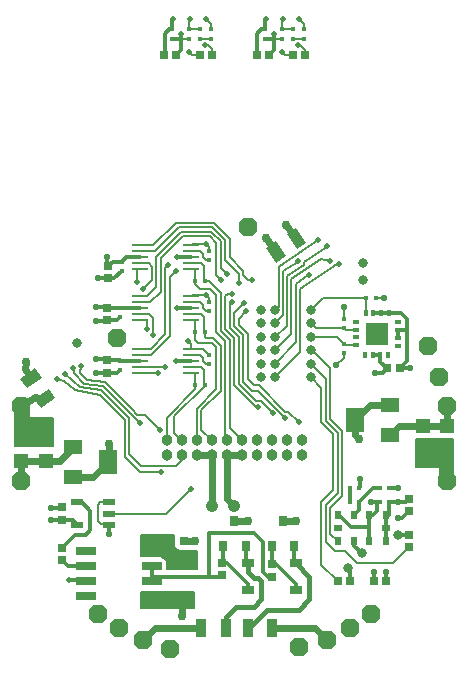
<source format=gtl>
G75*
%MOIN*%
%OFA0B0*%
%FSLAX24Y24*%
%IPPOS*%
%LPD*%
%AMOC8*
5,1,8,0,0,1.08239X$1,22.5*
%
%ADD10R,0.0380X0.0600*%
%ADD11R,0.0630X0.0512*%
%ADD12R,0.0630X0.0787*%
%ADD13R,0.1260X0.0276*%
%ADD14R,0.0453X0.0512*%
%ADD15OC8,0.0630*%
%ADD16C,0.0380*%
%ADD17R,0.0551X0.0110*%
%ADD18R,0.0170X0.0170*%
%ADD19R,0.0300X0.0270*%
%ADD20R,0.0394X0.0217*%
%ADD21R,0.0700X0.0250*%
%ADD22R,0.0315X0.0354*%
%ADD23R,0.0400X0.0300*%
%ADD24R,0.0270X0.0300*%
%ADD25R,0.0236X0.0276*%
%ADD26R,0.0276X0.0236*%
%ADD27R,0.0768X0.0768*%
%ADD28R,0.0240X0.0120*%
%ADD29R,0.0120X0.0240*%
%ADD30C,0.0317*%
%ADD31R,0.0740X0.0480*%
%ADD32R,0.0300X0.0300*%
%ADD33R,0.0315X0.0315*%
%ADD34C,0.0198*%
%ADD35C,0.0120*%
%ADD36C,0.0060*%
%ADD37C,0.0210*%
%ADD38C,0.0200*%
%ADD39C,0.0300*%
%ADD40C,0.0240*%
%ADD41C,0.0413*%
%ADD42C,0.0160*%
D10*
X012280Y007240D03*
X013100Y007240D03*
X013830Y007240D03*
X014650Y007240D03*
G36*
X007211Y015201D02*
X007423Y014886D01*
X006927Y014551D01*
X006715Y014866D01*
X007211Y015201D01*
G37*
G36*
X006753Y015881D02*
X006965Y015566D01*
X006469Y015231D01*
X006257Y015546D01*
X006753Y015881D01*
G37*
G36*
X015100Y019619D02*
X014785Y019407D01*
X014450Y019903D01*
X014765Y020115D01*
X015100Y019619D01*
G37*
G36*
X015780Y020077D02*
X015465Y019865D01*
X015130Y020361D01*
X015445Y020573D01*
X015780Y020077D01*
G37*
D11*
X018561Y014669D03*
X018561Y013669D03*
X008019Y013261D03*
X008019Y012261D03*
D12*
X009161Y012761D03*
X017419Y014169D03*
D13*
X020084Y013390D03*
X006696Y013390D03*
D14*
X007100Y013971D03*
X006293Y013971D03*
X006293Y012809D03*
X007100Y012809D03*
X019680Y012809D03*
X020487Y012809D03*
X020487Y013971D03*
X019680Y013971D03*
D15*
X020490Y014640D03*
X020194Y015591D03*
X019840Y016632D03*
X020490Y012140D03*
X017940Y007690D03*
X017240Y007240D03*
X016490Y006840D03*
X015540Y006590D03*
X011240Y006540D03*
X010340Y006840D03*
X009541Y007236D03*
X008857Y007690D03*
X006290Y012140D03*
X006290Y014640D03*
X009490Y016890D03*
X013840Y020590D03*
D16*
X013640Y013490D03*
X013140Y013490D03*
X013140Y012990D03*
X013640Y012990D03*
X014140Y012990D03*
X014640Y012990D03*
X015140Y012990D03*
X015640Y012990D03*
X015640Y013490D03*
X015140Y013490D03*
X014640Y013490D03*
X014140Y013490D03*
X012640Y013490D03*
X012640Y012990D03*
X012140Y012990D03*
X012140Y013490D03*
X011640Y013490D03*
X011640Y012990D03*
X011140Y012990D03*
X011140Y013490D03*
D17*
X011933Y015746D03*
X011933Y015943D03*
X011933Y016140D03*
X011933Y016337D03*
X011933Y016534D03*
X011933Y017496D03*
X011933Y017693D03*
X011933Y017890D03*
X011933Y018087D03*
X011933Y018284D03*
X011933Y019196D03*
X011933Y019393D03*
X011933Y019590D03*
X011933Y019787D03*
X011933Y019984D03*
X010247Y019984D03*
X010247Y019787D03*
X010247Y019590D03*
X010247Y019393D03*
X010247Y019196D03*
X010247Y018284D03*
X010247Y018087D03*
X010247Y017890D03*
X010247Y017693D03*
X010247Y017496D03*
X010247Y016534D03*
X010247Y016337D03*
X010247Y016140D03*
X010247Y015943D03*
X010247Y015746D03*
D18*
X009590Y015835D03*
X009590Y016145D03*
X009590Y017585D03*
X009590Y017895D03*
X009640Y019135D03*
X009640Y019445D03*
X012085Y018790D03*
X012395Y018790D03*
X012540Y019485D03*
X012540Y019795D03*
X012540Y018095D03*
X012540Y017785D03*
X012395Y017090D03*
X012085Y017090D03*
X012540Y016345D03*
X012540Y016035D03*
X012395Y015340D03*
X012085Y015340D03*
X017040Y016385D03*
X017040Y016695D03*
X017040Y017235D03*
X017040Y017545D03*
X017785Y018240D03*
X018095Y018240D03*
X018235Y011890D03*
X018545Y011890D03*
X018545Y011440D03*
X018235Y011440D03*
X017545Y011440D03*
X017235Y011440D03*
X017235Y011890D03*
X017545Y011890D03*
X015707Y026877D03*
X015707Y027187D03*
X015341Y027187D03*
X015341Y026877D03*
X014975Y026877D03*
X014975Y027187D03*
X014420Y027181D03*
X014420Y026871D03*
X012607Y026877D03*
X012607Y027187D03*
X012241Y027187D03*
X012241Y026877D03*
X011875Y026877D03*
X011875Y027187D03*
X011320Y027181D03*
X011320Y026871D03*
D19*
X009190Y019300D03*
X009190Y018880D03*
X009140Y017900D03*
X009140Y017480D03*
X009140Y016150D03*
X009140Y015730D03*
X007640Y011250D03*
X007640Y010830D03*
X007640Y009900D03*
X007640Y009480D03*
X012990Y009400D03*
X012990Y008980D03*
X014640Y008930D03*
X014640Y009350D03*
D20*
X009221Y010666D03*
X009221Y011040D03*
X009221Y011414D03*
X008159Y011414D03*
X008159Y010666D03*
D21*
X008430Y009790D03*
X008430Y009290D03*
X008430Y008790D03*
X008430Y008290D03*
X010650Y008290D03*
X010650Y008790D03*
X010650Y009290D03*
X010640Y009790D03*
D22*
X013016Y009963D03*
X013390Y010790D03*
X013764Y009963D03*
X014641Y009963D03*
X015015Y010790D03*
X015389Y009963D03*
D23*
X015440Y009380D03*
X015440Y008500D03*
X013840Y008500D03*
X013840Y009380D03*
D24*
X011700Y010140D03*
X011280Y010140D03*
X018480Y015890D03*
X018900Y015890D03*
D25*
X018447Y010998D03*
X017890Y010998D03*
X017390Y010998D03*
X016833Y010998D03*
X016833Y010132D03*
X017390Y010132D03*
X017890Y010132D03*
X018447Y010132D03*
D26*
X018447Y010565D03*
X016833Y010565D03*
D27*
X018140Y017040D03*
D28*
X017441Y016922D03*
X017441Y017178D03*
X017441Y017434D03*
X017441Y016666D03*
X018839Y016646D03*
X018839Y016902D03*
X018839Y017158D03*
X018839Y017414D03*
D29*
X018534Y017739D03*
X018278Y017739D03*
X018022Y017739D03*
X017766Y017739D03*
X017746Y016341D03*
X018002Y016341D03*
X018258Y016341D03*
X018514Y016341D03*
D30*
X017690Y018840D03*
X017690Y019390D03*
X015940Y017840D03*
X015940Y017390D03*
X015940Y016940D03*
X015940Y016490D03*
X015940Y016040D03*
X015940Y015590D03*
X014740Y015590D03*
X014740Y016040D03*
X014740Y016490D03*
X014740Y016940D03*
X014740Y017390D03*
X014740Y017840D03*
X014290Y017840D03*
X014290Y017390D03*
X014290Y016940D03*
X014290Y016490D03*
X014290Y016040D03*
X014290Y015590D03*
X018840Y010315D03*
X017640Y009715D03*
X017190Y009215D03*
X008140Y016740D03*
D31*
X011640Y009440D03*
X011640Y008140D03*
D32*
X016840Y008790D03*
X017240Y008790D03*
X018040Y008790D03*
X018440Y008790D03*
X019215Y009940D03*
X019215Y010340D03*
X019215Y011140D03*
X019215Y011540D03*
D33*
X015740Y026340D03*
X015340Y026340D03*
X014540Y026340D03*
X014140Y026340D03*
X012640Y026340D03*
X012240Y026340D03*
X011440Y026340D03*
X011040Y026340D03*
D34*
X011865Y026437D03*
X012415Y026657D03*
X012429Y027540D03*
X011896Y027545D03*
X011609Y027030D03*
X011333Y027517D03*
X014433Y027517D03*
X014709Y027030D03*
X014996Y027545D03*
X015529Y027540D03*
X015515Y026657D03*
X014965Y026437D03*
D35*
X014709Y026501D02*
X014709Y027030D01*
X014709Y026871D01*
X014420Y026871D01*
X014420Y027181D02*
X014275Y027181D01*
X014140Y027046D01*
X014140Y026340D01*
X014540Y026340D02*
X014608Y026400D01*
X014709Y026501D01*
X014420Y027181D02*
X014321Y027181D01*
X014420Y027181D02*
X014420Y027517D01*
X014433Y027517D01*
X011609Y027030D02*
X011609Y026501D01*
X011508Y026400D01*
X011440Y026340D01*
X011077Y026377D02*
X011040Y026340D01*
X011077Y026377D02*
X011077Y027037D01*
X011221Y027181D01*
X011320Y027181D01*
X011320Y027517D01*
X011333Y027517D01*
X011609Y027030D02*
X011609Y026871D01*
X011320Y026871D01*
X011490Y019590D02*
X011933Y019590D01*
X011933Y017890D02*
X011490Y017890D01*
X010247Y017890D02*
X010199Y017895D01*
X009590Y017895D01*
X009585Y017900D01*
X009140Y017900D01*
X009130Y017900D01*
X009115Y017915D01*
X008790Y017915D01*
X008790Y017465D02*
X009115Y017465D01*
X009130Y017480D01*
X009140Y017480D01*
X009485Y017480D01*
X009590Y017585D01*
X009385Y018880D02*
X009190Y018880D01*
X009180Y018890D01*
X008840Y018890D01*
X009180Y019290D02*
X009190Y019300D01*
X009335Y019445D01*
X009640Y019445D01*
X009785Y019590D01*
X010247Y019590D01*
X009640Y019135D02*
X009385Y018880D01*
X009190Y019300D02*
X009177Y019302D01*
X009165Y019307D01*
X009155Y019315D01*
X009147Y019325D01*
X009142Y019337D01*
X009140Y019350D01*
X009140Y019590D01*
X009100Y016190D02*
X008765Y016190D01*
X009100Y016190D02*
X009140Y016150D01*
X009585Y016150D01*
X009590Y016145D01*
X010199Y016145D01*
X010247Y016140D01*
X009590Y015835D02*
X009485Y015730D01*
X009140Y015730D01*
X009125Y015715D01*
X008765Y015715D01*
X011440Y016140D02*
X011933Y016140D01*
X008305Y011414D02*
X008159Y011414D01*
X008305Y011414D02*
X008590Y011129D01*
X008590Y010498D01*
X008432Y010340D01*
X008080Y010340D01*
X007640Y009900D01*
X007640Y009480D02*
X007830Y009290D01*
X008430Y009290D01*
X008430Y008815D02*
X007865Y008815D01*
X008430Y008790D02*
X008430Y008815D01*
X009215Y010365D02*
X009215Y010659D01*
X009221Y010666D01*
X008159Y010666D02*
X007994Y010830D01*
X007640Y010830D01*
X007625Y010815D01*
X007290Y010815D01*
X007290Y011240D02*
X007630Y011240D01*
X007640Y011250D01*
X010650Y009290D02*
X010650Y008940D01*
X012540Y008940D01*
X012980Y008940D01*
X012990Y008980D01*
X012990Y009400D02*
X013130Y009400D01*
X013840Y008690D01*
X013840Y008500D01*
X014340Y009090D02*
X014500Y008930D01*
X014640Y008930D01*
X014340Y009090D02*
X014340Y010098D01*
X014048Y010390D01*
X012540Y010390D01*
X012540Y008940D01*
X012990Y009400D02*
X013016Y009400D01*
X013016Y009963D01*
X013764Y009963D02*
X013764Y009380D01*
X013840Y009380D01*
X014640Y009350D02*
X014780Y009350D01*
X015440Y008690D01*
X015440Y008500D01*
X015440Y009380D02*
X015389Y009380D01*
X015389Y009963D01*
X014641Y009963D02*
X014641Y009350D01*
X014640Y009350D01*
X016833Y010998D02*
X016882Y010998D01*
X017290Y010590D01*
X017890Y010590D01*
X017890Y010998D01*
X017998Y010998D01*
X018140Y011140D01*
X018140Y011440D01*
X018235Y011440D01*
X017940Y011440D01*
X017545Y011440D02*
X017545Y011153D01*
X017390Y010998D01*
X017545Y011440D02*
X017995Y011890D01*
X018235Y011890D01*
X018545Y011890D02*
X018840Y011890D01*
X019215Y011540D02*
X019115Y011440D01*
X018840Y011440D01*
X018840Y011440D01*
X018545Y011440D01*
X018545Y010998D01*
X018447Y010998D01*
X018447Y010565D01*
X018447Y010132D01*
X018840Y010315D02*
X018865Y010340D01*
X019215Y010340D01*
X018965Y010890D02*
X018840Y010890D01*
X018965Y010890D02*
X019215Y011140D01*
X018260Y011440D02*
X018235Y011440D01*
X017890Y010590D02*
X017890Y010132D01*
X017640Y009715D02*
X017390Y009965D01*
X017390Y010132D01*
X017190Y009215D02*
X017240Y009165D01*
X017240Y008790D01*
X018040Y008790D02*
X018040Y009090D01*
X018440Y009090D02*
X018440Y008790D01*
X018440Y009090D02*
X018440Y009090D01*
X017235Y011440D02*
X017235Y011890D01*
X017545Y011890D02*
X017590Y011935D01*
X017590Y012190D01*
X018090Y015740D02*
X018340Y015740D01*
X018480Y015890D01*
X018258Y016112D01*
X018258Y016341D01*
X018002Y016341D01*
X018900Y015890D02*
X019240Y015890D01*
X019140Y016130D02*
X018900Y015890D01*
X019140Y016130D02*
X019140Y017158D01*
X019140Y017540D01*
X018940Y017740D01*
X018535Y017740D01*
X018534Y017739D01*
X018535Y017740D01*
X018534Y017739D02*
X018278Y017739D01*
X018022Y017739D01*
X018839Y017158D02*
X019140Y017158D01*
X018839Y017158D02*
X018839Y016902D01*
X010650Y008940D02*
X010650Y008790D01*
D36*
X010290Y008440D02*
X012040Y008440D01*
X012040Y007890D01*
X010290Y007890D01*
X010290Y008390D01*
X010290Y008440D01*
X010290Y008417D02*
X012040Y008417D01*
X012040Y008359D02*
X010290Y008359D01*
X010290Y008300D02*
X012040Y008300D01*
X012040Y008242D02*
X010290Y008242D01*
X010290Y008183D02*
X012040Y008183D01*
X012040Y008125D02*
X010290Y008125D01*
X010290Y008066D02*
X012040Y008066D01*
X012040Y008008D02*
X010290Y008008D01*
X010290Y007949D02*
X012040Y007949D01*
X012040Y007891D02*
X010290Y007891D01*
X011140Y009190D02*
X011140Y009460D01*
X010960Y009640D01*
X010290Y009640D01*
X010290Y010340D01*
X011390Y010340D01*
X011390Y009931D01*
X011531Y009790D01*
X012140Y009790D01*
X012140Y009190D01*
X011140Y009190D01*
X011140Y009236D02*
X012140Y009236D01*
X012140Y009295D02*
X011140Y009295D01*
X011140Y009353D02*
X012140Y009353D01*
X012140Y009412D02*
X011140Y009412D01*
X011129Y009470D02*
X012140Y009470D01*
X012140Y009529D02*
X011071Y009529D01*
X011012Y009587D02*
X012140Y009587D01*
X012140Y009646D02*
X010290Y009646D01*
X010290Y009704D02*
X012140Y009704D01*
X012140Y009763D02*
X010290Y009763D01*
X010290Y009821D02*
X011500Y009821D01*
X011441Y009880D02*
X010290Y009880D01*
X010290Y009938D02*
X011390Y009938D01*
X011390Y009997D02*
X010290Y009997D01*
X010290Y010055D02*
X011390Y010055D01*
X011390Y010114D02*
X010290Y010114D01*
X010290Y010172D02*
X011390Y010172D01*
X011390Y010231D02*
X010290Y010231D01*
X010290Y010289D02*
X011390Y010289D01*
X011115Y011040D02*
X011940Y011865D01*
X011440Y012640D02*
X011640Y012840D01*
X011640Y012990D01*
X011440Y012640D02*
X010290Y012640D01*
X009890Y013040D01*
X009890Y014215D01*
X008957Y015148D01*
X008232Y015273D01*
X007739Y015711D01*
X007715Y015472D02*
X007493Y015541D01*
X007715Y015472D02*
X008072Y015147D01*
X008897Y015008D01*
X009740Y014165D01*
X009740Y012940D01*
X010240Y012440D01*
X010940Y012440D01*
X011140Y013490D02*
X011140Y014240D01*
X012085Y015185D01*
X012085Y015340D01*
X012085Y015746D01*
X011933Y015746D01*
X011985Y015737D01*
X011979Y015940D02*
X011933Y015943D01*
X012287Y015943D01*
X012390Y015840D01*
X012390Y015345D01*
X012395Y015340D01*
X012395Y015295D01*
X011390Y014290D01*
X011390Y013740D01*
X011640Y013490D01*
X012140Y013490D02*
X012140Y014540D01*
X012790Y015190D01*
X012790Y016590D01*
X012640Y016740D01*
X012190Y016740D01*
X012090Y016840D01*
X012090Y017085D01*
X012085Y017090D01*
X012085Y017496D01*
X011933Y017496D01*
X011933Y017693D02*
X012277Y017693D01*
X012390Y017580D01*
X012390Y017095D01*
X012395Y017090D01*
X012395Y016935D01*
X012440Y016890D01*
X012690Y016890D01*
X012940Y016640D01*
X012940Y015140D01*
X012290Y014490D01*
X012290Y013840D01*
X012640Y013490D01*
X013090Y013540D02*
X013140Y013490D01*
X013090Y013540D02*
X013090Y015140D01*
X013090Y016790D01*
X012790Y017090D01*
X012790Y018340D01*
X012590Y018540D01*
X012240Y018540D01*
X012085Y018695D01*
X012085Y018790D01*
X012085Y019196D01*
X011933Y019196D01*
X011933Y019393D02*
X012277Y019393D01*
X012390Y019280D01*
X012390Y018795D01*
X012395Y018790D01*
X012540Y018790D01*
X012940Y018390D01*
X012940Y017140D01*
X013240Y016840D01*
X013240Y013890D01*
X013640Y013490D01*
X014115Y014590D02*
X013865Y014840D01*
X013390Y015315D01*
X013390Y016890D01*
X013090Y017190D01*
X013090Y018290D01*
X013165Y018365D01*
X013315Y018365D01*
X013315Y018090D02*
X013240Y018015D01*
X013240Y017240D01*
X013540Y016940D01*
X013540Y015365D01*
X014115Y014790D01*
X014264Y014790D01*
X014665Y014389D01*
X014665Y014390D01*
X014665Y014390D01*
X015090Y014440D02*
X015190Y014440D01*
X015540Y014090D01*
X015090Y014240D02*
X015090Y014240D01*
X015090Y014240D01*
X014190Y015140D01*
X013990Y015140D01*
X013690Y015440D01*
X013690Y016990D01*
X013390Y017290D01*
X013390Y017740D01*
X013715Y018065D01*
X013790Y017790D02*
X013540Y017540D01*
X013540Y017340D01*
X013840Y017040D01*
X013840Y015515D01*
X014040Y015315D01*
X014215Y015315D01*
X015090Y014440D01*
X014190Y014590D02*
X014115Y014590D01*
X014740Y015590D02*
X015565Y016440D01*
X015565Y018540D01*
X016802Y019375D01*
X016874Y019361D01*
X016574Y019478D02*
X016291Y019533D01*
X015287Y018856D01*
X015287Y017037D01*
X014740Y016490D01*
X014740Y016040D02*
X015427Y016752D01*
X015427Y018710D01*
X015854Y018998D01*
X015884Y018992D01*
X015694Y019314D02*
X015715Y019421D01*
X016486Y019941D01*
X016489Y019958D01*
X016182Y020159D02*
X016182Y020159D01*
X014894Y019289D01*
X014890Y019290D01*
X014890Y017940D01*
X014790Y017840D01*
X014740Y017840D01*
X015022Y017672D02*
X015022Y019119D01*
X015503Y019443D01*
X015507Y019462D01*
X015694Y019314D02*
X015158Y018952D01*
X015158Y017308D01*
X014740Y016940D01*
X014740Y017390D02*
X015022Y017672D01*
X015940Y017840D02*
X016340Y018240D01*
X017785Y018240D01*
X017766Y018221D01*
X017766Y017739D01*
X017441Y017178D02*
X017097Y017178D01*
X017040Y017235D01*
X016095Y017235D01*
X015940Y017390D01*
X015940Y016940D02*
X016795Y016940D01*
X017040Y016695D01*
X017069Y016666D01*
X017441Y016666D01*
X017040Y016385D02*
X017040Y016240D01*
X016790Y015990D01*
X016590Y015880D02*
X016590Y014190D01*
X016990Y013790D01*
X016990Y011640D01*
X016590Y011240D01*
X016590Y010375D01*
X016833Y010132D01*
X016732Y009790D02*
X016440Y010082D01*
X016440Y011340D01*
X016840Y011740D01*
X016840Y013740D01*
X016440Y014140D01*
X016440Y015540D01*
X015940Y016040D01*
X015940Y016490D02*
X015980Y016490D01*
X016590Y015880D01*
X016290Y015240D02*
X016290Y014090D01*
X016690Y013690D01*
X016690Y011840D01*
X016290Y011440D01*
X016290Y009340D01*
X016840Y008790D01*
X017490Y009390D02*
X017090Y009790D01*
X016732Y009790D01*
X017490Y009390D02*
X018665Y009390D01*
X019215Y009940D01*
X020240Y012140D02*
X020240Y012590D01*
X019440Y012590D01*
X019440Y013540D01*
X020690Y013540D01*
X020690Y012140D01*
X020240Y012140D01*
X020240Y012161D02*
X020690Y012161D01*
X020690Y012220D02*
X020240Y012220D01*
X020240Y012278D02*
X020690Y012278D01*
X020690Y012337D02*
X020240Y012337D01*
X020240Y012395D02*
X020690Y012395D01*
X020690Y012454D02*
X020240Y012454D01*
X020240Y012512D02*
X020690Y012512D01*
X020690Y012571D02*
X020240Y012571D01*
X020690Y012629D02*
X019440Y012629D01*
X019440Y012688D02*
X020690Y012688D01*
X020690Y012746D02*
X019440Y012746D01*
X019440Y012805D02*
X020690Y012805D01*
X020690Y012863D02*
X019440Y012863D01*
X019440Y012922D02*
X020690Y012922D01*
X020690Y012980D02*
X019440Y012980D01*
X019440Y013039D02*
X020690Y013039D01*
X020690Y013097D02*
X019440Y013097D01*
X019440Y013156D02*
X020690Y013156D01*
X020690Y013214D02*
X019440Y013214D01*
X019440Y013273D02*
X020690Y013273D01*
X020690Y013331D02*
X019440Y013331D01*
X019440Y013390D02*
X020690Y013390D01*
X020690Y013449D02*
X019440Y013449D01*
X019440Y013507D02*
X020690Y013507D01*
X017040Y017545D02*
X017040Y017940D01*
X018095Y018240D02*
X018390Y018240D01*
X018390Y018240D01*
X015940Y015590D02*
X016290Y015240D01*
X013540Y018740D02*
X013540Y019040D01*
X013090Y019490D01*
X013090Y020160D01*
X012660Y020590D01*
X011543Y020590D01*
X010740Y019787D01*
X010247Y019787D01*
X010247Y019984D02*
X010690Y019984D01*
X011446Y020740D01*
X012699Y020740D01*
X013240Y020199D01*
X013240Y019590D01*
X013690Y019140D01*
X013690Y018990D01*
X013840Y018840D01*
X013965Y018840D01*
X013140Y019040D02*
X012940Y019240D01*
X012940Y020120D01*
X012620Y020440D01*
X011622Y020440D01*
X010790Y019608D01*
X010790Y018590D01*
X010484Y018284D01*
X010247Y018284D01*
X010247Y018087D02*
X010587Y018087D01*
X010940Y018440D01*
X010940Y019547D01*
X011683Y020290D01*
X012578Y020290D01*
X012790Y020078D01*
X012790Y018990D01*
X012940Y018840D01*
X012440Y018340D02*
X011989Y018340D01*
X011933Y018284D01*
X011941Y018095D02*
X012235Y018095D01*
X012340Y017990D01*
X012340Y017890D01*
X012445Y017785D01*
X012540Y017785D01*
X012540Y018095D02*
X012540Y018240D01*
X012440Y018340D01*
X011941Y018095D02*
X011933Y018087D01*
X011240Y018940D02*
X011240Y016962D01*
X010615Y016337D01*
X010247Y016337D01*
X010247Y016534D02*
X010600Y016534D01*
X011090Y017024D01*
X011090Y019240D01*
X011190Y019340D01*
X011440Y019140D02*
X011240Y018940D01*
X010640Y018840D02*
X010340Y018540D01*
X010140Y018765D02*
X010140Y019196D01*
X010247Y019196D01*
X010040Y019196D01*
X010204Y019390D02*
X010528Y019390D01*
X010640Y019278D01*
X010640Y018840D01*
X010247Y019393D02*
X010204Y019390D01*
X010247Y017693D02*
X010546Y017693D01*
X010690Y017549D01*
X010690Y016990D01*
X010490Y017190D02*
X010490Y017490D01*
X010204Y017490D01*
X010247Y017496D01*
X010247Y015943D02*
X011090Y015943D01*
X010840Y015746D02*
X010247Y015746D01*
X009077Y015415D02*
X009965Y014527D01*
X010152Y014340D01*
X010402Y014340D01*
X010902Y013840D01*
X010227Y014078D02*
X009015Y015290D01*
X008373Y015374D01*
X008043Y015713D01*
X007998Y015882D01*
X008255Y015731D02*
X008288Y015978D01*
X008255Y015731D02*
X008469Y015499D01*
X009077Y015415D01*
X007340Y014240D02*
X007340Y013290D01*
X006090Y013290D01*
X006090Y014690D01*
X006540Y014690D01*
X006540Y014240D01*
X007340Y014240D01*
X007340Y014209D02*
X006090Y014209D01*
X006090Y014151D02*
X007340Y014151D01*
X007340Y014092D02*
X006090Y014092D01*
X006090Y014034D02*
X007340Y014034D01*
X007340Y013975D02*
X006090Y013975D01*
X006090Y013917D02*
X007340Y013917D01*
X007340Y013858D02*
X006090Y013858D01*
X006090Y013800D02*
X007340Y013800D01*
X007340Y013741D02*
X006090Y013741D01*
X006090Y013683D02*
X007340Y013683D01*
X007340Y013624D02*
X006090Y013624D01*
X006090Y013566D02*
X007340Y013566D01*
X007340Y013507D02*
X006090Y013507D01*
X006090Y013449D02*
X007340Y013449D01*
X007340Y013390D02*
X006090Y013390D01*
X006090Y013331D02*
X007340Y013331D01*
X006540Y014268D02*
X006090Y014268D01*
X006090Y014326D02*
X006540Y014326D01*
X006540Y014385D02*
X006090Y014385D01*
X006090Y014443D02*
X006540Y014443D01*
X006540Y014502D02*
X006090Y014502D01*
X006090Y014560D02*
X006540Y014560D01*
X006540Y014619D02*
X006090Y014619D01*
X006090Y014677D02*
X006540Y014677D01*
X008914Y011414D02*
X008840Y011340D01*
X008840Y010790D01*
X008940Y010690D01*
X009197Y010690D01*
X009221Y010666D01*
X009221Y011040D02*
X009940Y011040D01*
X011115Y011040D01*
X009221Y011414D02*
X008914Y011414D01*
X012445Y016035D02*
X012540Y016035D01*
X012445Y016035D02*
X012340Y016140D01*
X012340Y016240D01*
X012235Y016345D01*
X011941Y016345D01*
X011933Y016337D01*
X011933Y016534D02*
X012351Y016534D01*
X012540Y016345D01*
X011933Y016534D02*
X011933Y016697D01*
X011840Y016790D01*
X012445Y019485D02*
X012540Y019485D01*
X012445Y019485D02*
X012340Y019590D01*
X012340Y019690D01*
X012235Y019795D01*
X011941Y019795D01*
X011933Y019787D01*
X011933Y019984D02*
X011989Y020040D01*
X012440Y020040D01*
X012540Y019940D01*
X012540Y019795D01*
X012640Y026340D02*
X012640Y026527D01*
X012520Y026647D01*
X012415Y026657D01*
X012241Y026877D02*
X012607Y026877D01*
X012607Y027187D02*
X012607Y027362D01*
X012429Y027540D01*
X012241Y027187D02*
X011875Y027187D01*
X011875Y027524D01*
X011896Y027545D01*
X011609Y027030D02*
X011609Y026877D01*
X011875Y026877D01*
X011609Y027027D02*
X011609Y027030D01*
X011865Y026437D02*
X011962Y026340D01*
X012240Y026340D01*
X014709Y026877D02*
X014709Y027030D01*
X014709Y027027D01*
X014709Y026877D02*
X014975Y026877D01*
X014975Y027187D02*
X015341Y027187D01*
X015341Y026877D02*
X015707Y026877D01*
X015583Y026647D02*
X015515Y026657D01*
X015583Y026647D02*
X015740Y026490D01*
X015740Y026340D01*
X015740Y026339D02*
X015738Y026339D01*
X015736Y026340D01*
X015734Y026341D01*
X015340Y026340D02*
X015062Y026340D01*
X014965Y026437D01*
X014975Y027187D02*
X014975Y027524D01*
X014996Y027545D01*
X015529Y027540D02*
X015707Y027362D01*
X015707Y027187D01*
D37*
X009140Y019590D03*
X008840Y018890D03*
X008790Y017915D03*
X008790Y017465D03*
X008765Y016190D03*
X008765Y015715D03*
X007290Y011240D03*
X007290Y010815D03*
X009215Y010365D03*
X016790Y015990D03*
X018090Y015740D03*
X019240Y015890D03*
X018390Y018240D03*
X017040Y017940D03*
X017590Y012190D03*
X017940Y011440D03*
X018840Y011440D03*
X018840Y010890D03*
X018840Y011890D03*
X018440Y009090D03*
X018040Y009090D03*
D38*
X007865Y008815D03*
X010940Y012440D03*
X011940Y011865D03*
X010902Y013840D03*
X010227Y014078D03*
X010840Y015746D03*
X011090Y015943D03*
X011440Y016140D03*
X011840Y016790D03*
X011490Y017890D03*
X010690Y016990D03*
X010490Y017190D03*
X010340Y018540D03*
X010140Y018765D03*
X011190Y019340D03*
X011440Y019140D03*
X011490Y019590D03*
X012440Y020040D03*
X013140Y019040D03*
X012940Y018840D03*
X013315Y018365D03*
X013315Y018090D03*
X013715Y018065D03*
X013790Y017790D03*
X013540Y018740D03*
X013965Y018840D03*
X015507Y019462D03*
X015884Y018992D03*
X016574Y019478D03*
X016489Y019958D03*
X016182Y020159D03*
X016874Y019361D03*
X014665Y014390D03*
X015090Y014240D03*
X015540Y014090D03*
X014190Y014590D03*
X012440Y018340D03*
X008288Y015978D03*
X007998Y015882D03*
X007739Y015711D03*
X007493Y015541D03*
D39*
X006444Y016083D03*
X009215Y013365D03*
X010890Y010240D03*
X012090Y010140D03*
X013840Y010790D03*
X015440Y010790D03*
X017540Y013540D03*
X014449Y020226D03*
X015112Y020673D03*
X011640Y007640D03*
D40*
X011640Y008140D01*
X012280Y007240D02*
X010740Y007240D01*
X010340Y006840D01*
X011700Y010140D02*
X012090Y010140D01*
X012640Y011290D02*
X012640Y011290D01*
X012640Y012990D01*
X012140Y012990D01*
X013140Y012990D02*
X013140Y011540D01*
X013390Y011290D01*
X013390Y010790D02*
X013840Y010790D01*
X013840Y010790D01*
X015015Y010790D02*
X015440Y010790D01*
X015440Y010790D01*
X013640Y012990D02*
X013140Y012990D01*
X009215Y012815D02*
X009215Y013365D01*
X009215Y012815D02*
X009161Y012761D01*
X008661Y012261D01*
X008019Y012261D01*
X007567Y012809D02*
X007100Y012809D01*
X006293Y012809D01*
X006293Y012143D01*
X006290Y012140D01*
X007567Y012809D02*
X008019Y013261D01*
X007069Y014876D02*
X006736Y014941D01*
X006290Y014640D01*
X006611Y015556D02*
X006402Y015866D01*
X006444Y016083D01*
X014449Y020226D02*
X014761Y019763D01*
X014775Y019761D01*
X015455Y020219D02*
X015112Y020673D01*
X017919Y014669D02*
X017419Y014169D01*
X017419Y013661D01*
X017540Y013540D01*
X018561Y013669D02*
X018863Y013971D01*
X019680Y013971D01*
X020487Y013971D01*
X020487Y014637D01*
X020490Y014640D01*
X018561Y014669D02*
X017919Y014669D01*
X016090Y007240D02*
X014650Y007240D01*
X016090Y007240D02*
X016490Y006840D01*
D41*
X013390Y011290D03*
X012640Y011290D03*
D42*
X013840Y009380D02*
X013840Y009090D01*
X014040Y008890D01*
X014180Y008890D01*
X014290Y008780D01*
X014290Y008190D01*
X014040Y007940D01*
X013440Y007940D01*
X013100Y007600D01*
X013100Y007240D01*
X013830Y007240D02*
X013830Y007180D01*
X014490Y007840D01*
X015540Y007840D01*
X015890Y008190D01*
X015890Y008930D01*
X015440Y009380D01*
M02*

</source>
